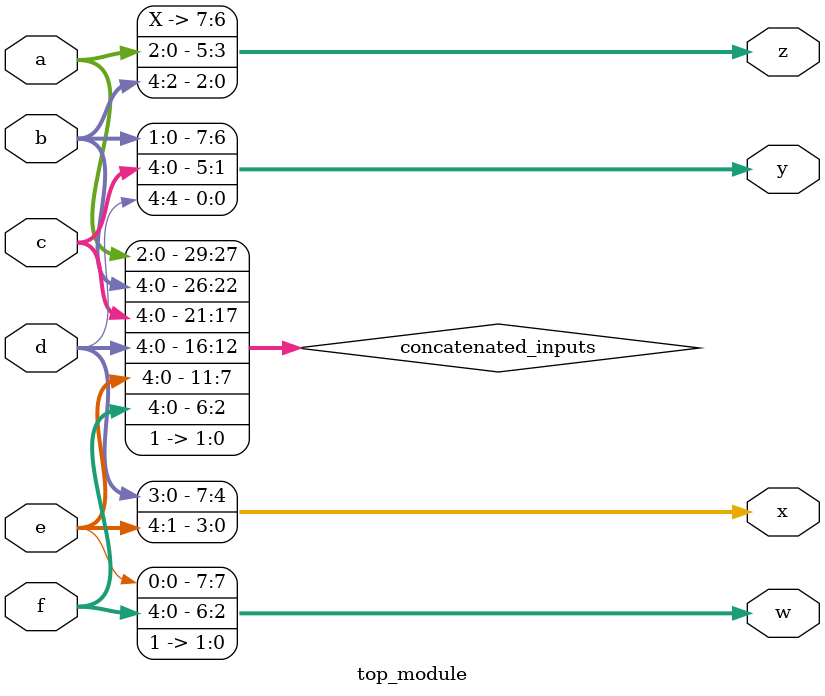
<source format=sv>
module top_module (
    input [4:0] a,
    input [4:0] b,
    input [4:0] c,
    input [4:0] d,
    input [4:0] e,
    input [4:0] f,
    output [7:0] w,
    output [7:0] x,
    output [7:0] y,
    output [7:0] z
);
    
    wire [29:0] concatenated_inputs;
    
    assign concatenated_inputs = {a, b, c, d, e, f, 2'b11};
    
    assign w = concatenated_inputs[7:0];
    assign x = concatenated_inputs[15:8];
    assign y = concatenated_inputs[23:16];
    assign z = concatenated_inputs[31:24];
    
endmodule

</source>
